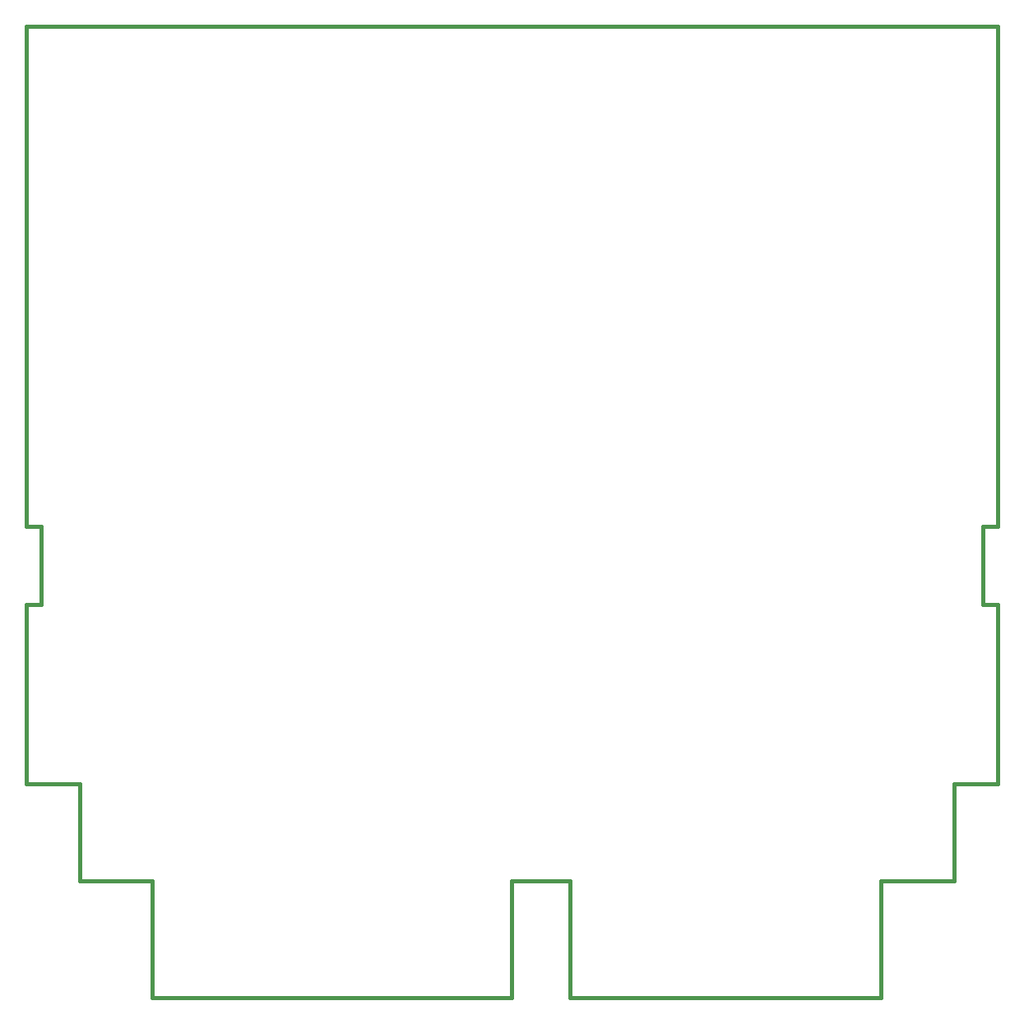
<source format=gbr>
G04 #@! TF.FileFunction,Other,User*
%FSLAX46Y46*%
G04 Gerber Fmt 4.6, Leading zero omitted, Abs format (unit mm)*
G04 Created by KiCad (PCBNEW 4.0.2-stable) date 05.06.2016 11:41:23*
%MOMM*%
G01*
G04 APERTURE LIST*
%ADD10C,0.150000*%
%ADD11C,0.381000*%
G04 APERTURE END LIST*
D10*
D11*
X76850000Y-146275000D02*
X82850000Y-146275000D01*
X39850000Y-146275000D02*
X39850000Y-158275000D01*
X126850000Y-109775000D02*
X125350000Y-109775000D01*
X126850000Y-58275000D02*
X126850000Y-109775000D01*
X26850000Y-58275000D02*
X126850000Y-58275000D01*
X126850000Y-136275000D02*
X122350000Y-136275000D01*
X125350000Y-117775000D02*
X126850000Y-117775000D01*
X126850000Y-136275000D02*
X126850000Y-117775000D01*
X26850000Y-109775000D02*
X28350000Y-109775000D01*
X26850000Y-109775000D02*
X26850000Y-58275000D01*
X26850000Y-117775000D02*
X28350000Y-117775000D01*
X26850000Y-136275000D02*
X32350000Y-136275000D01*
X26850000Y-136275000D02*
X26850000Y-117775000D01*
X32350000Y-146275000D02*
X39850000Y-146275000D01*
X32350000Y-136275000D02*
X32350000Y-146275000D01*
X28350000Y-109775000D02*
X28350000Y-117775000D01*
X125350000Y-117775000D02*
X125350000Y-109775000D01*
X122350000Y-146275000D02*
X122350000Y-136275000D01*
X114850000Y-146275000D02*
X122350000Y-146275000D01*
X114850000Y-158275000D02*
X114850000Y-146275000D01*
X82850000Y-158275000D02*
X114850000Y-158275000D01*
X82850000Y-146275000D02*
X82850000Y-158275000D01*
X76850000Y-158275000D02*
X76850000Y-146275000D01*
X39850000Y-158275000D02*
X76850000Y-158275000D01*
M02*

</source>
